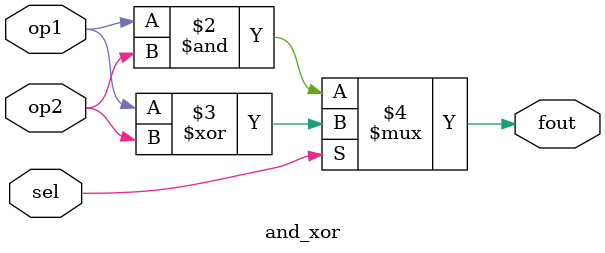
<source format=v>
module and_xor
(
  input wire op1, op2, sel,
  output wire fout
);
  
  assign fout = (sel == 1'b0)?(op1 & op2):(op1 ^ op2);
  
endmodule
</source>
